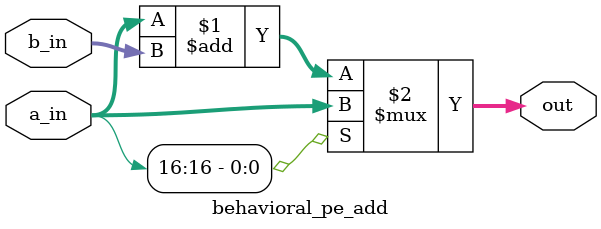
<source format=sv>
module behavioral_pe_add (
  input logic [16:0] a_in,
  input logic [16:0] b_in,
  output logic [16:0] out
);

// Behavioral PE add: won't add EOS tokens
assign out = a_in[16] ? a_in : (a_in + b_in); 

endmodule
</source>
